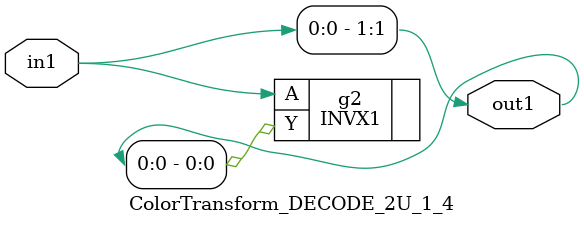
<source format=v>
`timescale 1ps / 1ps


module ColorTransform_DECODE_2U_1_4(in1, out1);
  input in1;
  output [1:0] out1;
  wire in1;
  wire [1:0] out1;
  assign out1[1] = in1;
  INVX1 g2(.A (in1), .Y (out1[0]));
endmodule



</source>
